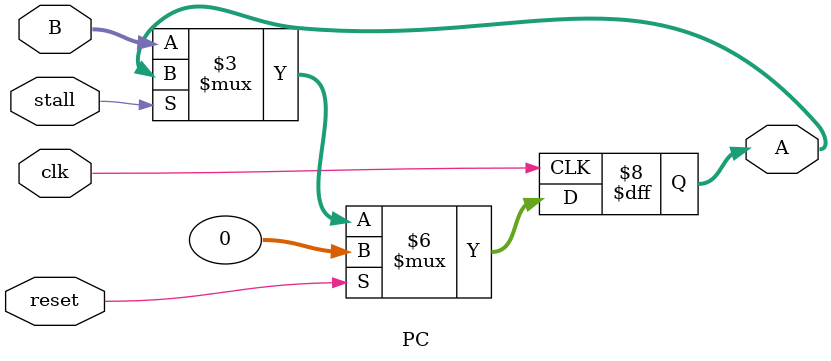
<source format=sv>
module PC(input logic clk, reset, stall, input logic [31:0] B, 
          output logic [31:0] A);
    always_ff @(posedge clk) begin
    	if (reset) A<= 0;
    	else if (~stall) A <= B;
    end
endmodule

</source>
